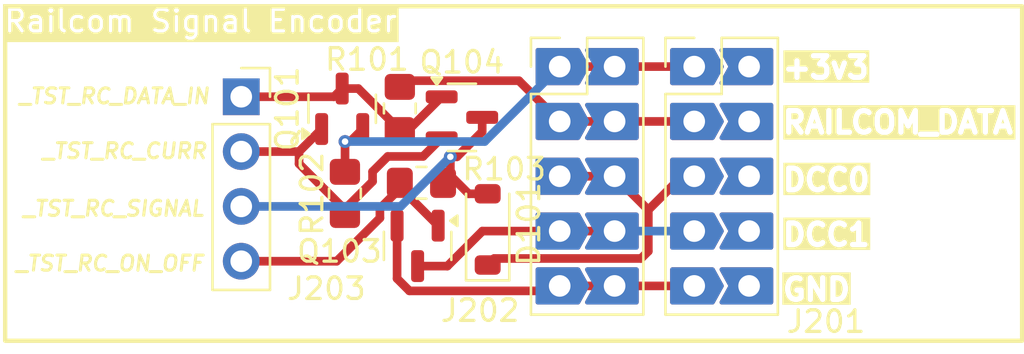
<source format=kicad_pcb>
(kicad_pcb (version 20240108) (generator "pcbnew") (generator_version "8.0")
  (layers (0 "F.Cu" signal) (31 "B.Cu" signal) (34 "B.Paste" user) (35 "F.Paste" user) (36 "B.SilkS" user "B.Silkscreen") (37 "F.SilkS" user "F.Silkscreen") (38 "B.Mask" user) (39 "F.Mask" user) (44 "Edge.Cuts" user))
  (net 0 "")
  (net 1 "/J_DCC0")
  (net 2 "0")
  (net 3 "/+J_3v3")
  (net 4 "/_TST_RC_DATA_IN")
  (net 5 "/_TST_RC_ON_OFF")
  (net 6 "/J_RAILCOM_DATA")
  (net 7 "/_TST_RC_CURR")
  (net 8 "/_TST_RC_SIGNAL")
  (net 9 "/J_DCC1")
  (net 10 "/+3V3")
  (net 11 "/RAILCOM_DATA")
  (net 12 "/GND")
  (net 13 "/DCC0")
  (net 14 "/DCC1")
  (footprint "Resistor_SMD:R_0805_2012Metric_Pad1.20x1.40mm_HandSolder" (layer "F.Cu") (at 140.67 74.472 180)
    (property "Reference" "R103" (at -3.826 0.635 0) (layer "F.SilkS"))
    (property "Value" "10k")
    (fp_line (start -0.227064 0.735) (end 0.227064 0.735) (stroke (width 0.12)) (layer "F.SilkS"))
    (fp_line (start -0.227064 -0.735) (end 0.227064 -0.735) (stroke (width 0.12)) (layer "F.SilkS"))
    (pad "1" smd roundrect (at -1 0 180) (size 1.2 1.4) (layers "F.Cu" "F.Paste" "F.Mask") (roundrect_rratio 0.208333) (net 8 "/_TST_RC_SIGNAL"))
    (pad "2" smd roundrect (at 1 0 180) (size 1.2 1.4) (layers "F.Cu" "F.Paste" "F.Mask") (roundrect_rratio 0.208333) (net 5 "/_TST_RC_ON_OFF"))
  )
  (footprint "xDuinoRail:8x50_SOT-23" (layer "F.Cu") (at 137.003 71.043 90)
    (property "Reference" "Q101" (at 0 -2.54 90) (layer "F.SilkS"))
    (property "Value" "S8550")
    (fp_line (start 0 -1.56) (end 0.65 -1.56) (stroke (width 0.12)) (layer "F.SilkS"))
    (fp_line (start 0 -1.56) (end -0.65 -1.56) (stroke (width 0.12)) (layer "F.SilkS"))
    (fp_line (start 0 1.56) (end 0.65 1.56) (stroke (width 0.12)) (layer "F.SilkS"))
    (fp_line (start 0 1.56) (end -0.65 1.56) (stroke (width 0.12)) (layer "F.SilkS"))
    (fp_poly (pts (xy -1.1625 -1.51) (xy -1.4025 -1.84) (xy -0.9225 -1.84) (xy -1.1625 -1.51)) (stroke (width 0.12)) (fill solid) (layer "F.SilkS"))
    (pad "1" smd roundrect (at -0.9375 0.95 90) (size 1.475 0.6) (layers "F.Cu" "F.Paste" "F.Mask") (net 3 "/+J_3v3"))
    (pad "2" smd roundrect (at -0.9375 -0.95 90) (size 1.475 0.6) (layers "F.Cu" "F.Paste" "F.Mask") (net 7 "/_TST_RC_CURR"))
    (pad "3" smd roundrect (at 0.9375 0 90) (size 1.475 0.6) (layers "F.Cu" "F.Paste" "F.Mask") (net 4 "/_TST_RC_DATA_IN"))
  )
  (footprint "Diode_SMD:D_SOD-123" (layer "F.Cu") (at 143.734 76.63 90)
    (property "Reference" "D101" (at 0.253 1.905 90) (layer "F.SilkS"))
    (property "Value" "1N5819W")
    (fp_line (start -2.36 -1) (end 1.65 -1) (stroke (width 0.12)) (layer "F.SilkS"))
    (fp_line (start -2.36 -1) (end -2.36 1) (stroke (width 0.12)) (layer "F.SilkS"))
    (fp_line (start -2.36 1) (end 1.65 1) (stroke (width 0.12)) (layer "F.SilkS"))
    (pad "1" smd roundrect (at -1.65 0 90) (size 0.9 1.2) (layers "F.Cu" "F.Paste" "F.Mask") (net 1 "/J_DCC0"))
    (pad "2" smd roundrect (at 1.65 0 90) (size 0.9 1.2) (layers "F.Cu" "F.Paste" "F.Mask") (net 8 "/_TST_RC_SIGNAL"))
  )
  (footprint "xDuinoRail:PinHeaderJP_2x05_P2.54mm_Vertical" (layer "F.Cu") (at 147.066 69.088)
    (property "Reference" "J202" (at -3.683 11.303 0) (layer "F.SilkS"))
    (property "Value" "Conn_02x05_Odd_Even")
    (fp_line (start -1.33 -1.33) (end 0 -1.33) (stroke (width 0.12)) (layer "F.SilkS"))
    (fp_line (start -1.33 0) (end -1.33 -1.33) (stroke (width 0.12)) (layer "F.SilkS"))
    (fp_line (start -1.33 1.27) (end -1.33 11.49) (stroke (width 0.12)) (layer "F.SilkS"))
    (fp_line (start -1.33 1.27) (end 1.27 1.27) (stroke (width 0.12)) (layer "F.SilkS"))
    (fp_line (start -1.33 11.49) (end 3.87 11.49) (stroke (width 0.12)) (layer "F.SilkS"))
    (fp_line (start 1.27 -1.33) (end 3.87 -1.33) (stroke (width 0.12)) (layer "F.SilkS"))
    (fp_line (start 1.27 1.27) (end 1.27 -1.33) (stroke (width 0.12)) (layer "F.SilkS"))
    (fp_line (start 3.87 -1.33) (end 3.87 11.49) (stroke (width 0.12)) (layer "F.SilkS"))
    (pad "1" thru_hole custom (at 0 0) (size 1.7 1.7) (drill 1) (layers "*.Cu" "*.Mask") (net 3 "/+J_3v3") (options (clearance outline) (anchor rect)) (primitives (gr_poly (pts (xy -1.016 -0.762) (xy -1.016 0.762) (xy 0.85 0.762) (xy 1.27 0) (xy 0.85 -0.762)) (width 0.2) (fill yes))))
    (pad "2" thru_hole custom (at 2.54 0) (size 1.7 1.7) (drill 1) (layers "*.Cu" "*.Mask") (net 3 "/+J_3v3") (options (clearance outline) (anchor circle)) (primitives (gr_poly (pts (xy 0.85 0) (xy 0.831425 -0.176725) (xy 0.776514 -0.345726) (xy 0.687664 -0.499617) (xy 0.568761 -0.631673) (xy 0.425 -0.736122) (xy 0.262664 -0.808398) (xy 0.088849 -0.845344) (xy -0.088849 -0.845344) (xy -0.262664 -0.808398) (xy -0.425 -0.736122) (xy -0.568761 -0.631673) (xy -0.687664 -0.499617) (xy -0.776514 -0.345726) (xy -0.831425 -0.176725) (xy -0.85 0) (xy -0.831425 0.176725) (xy -0.776514 0.345726) (xy -0.687664 0.499617) (xy -0.568761 0.631673) (xy -0.425 0.736122) (xy -0.262664 0.808398) (xy -0.088849 0.845344) (xy 0.088849 0.845344) (xy 0.262664 0.808398) (xy 0.425 0.736122) (xy 0.568761 0.631673) (xy 0.687664 0.499617) (xy 0.776514 0.345726) (xy 0.831425 0.176725) (xy 0.85 0)) (width 0) (fill yes)) (gr_poly (pts (xy -1.27 -0.762) (xy -0.85 0) (xy -1.27 0.762) (xy 1.016 0.762) (xy 1.016 -0.762)) (width 0.2) (fill yes))))
    (pad "3" thru_hole custom (at 0 2.54) (size 1.7 1.7) (drill 1) (layers "*.Cu" "*.Mask") (net 6 "/J_RAILCOM_DATA") (options (clearance outline) (anchor circle)) (primitives (gr_poly (pts (xy 0.85 0) (xy 0.831425 -0.176725) (xy 0.776514 -0.345726) (xy 0.687664 -0.499617) (xy 0.568761 -0.631673) (xy 0.425 -0.736122) (xy 0.262664 -0.808398) (xy 0.088849 -0.845344) (xy -0.088849 -0.845344) (xy -0.262664 -0.808398) (xy -0.425 -0.736122) (xy -0.568761 -0.631673) (xy -0.687664 -0.499617) (xy -0.776514 -0.345726) (xy -0.831425 -0.176725) (xy -0.85 0) (xy -0.831425 0.176725) (xy -0.776514 0.345726) (xy -0.687664 0.499617) (xy -0.568761 0.631673) (xy -0.425 0.736122) (xy -0.262664 0.808398) (xy -0.088849 0.845344) (xy 0.088849 0.845344) (xy 0.262664 0.808398) (xy 0.425 0.736122) (xy 0.568761 0.631673) (xy 0.687664 0.499617) (xy 0.776514 0.345726) (xy 0.831425 0.176725) (xy 0.85 0)) (width 0) (fill yes)) (gr_poly (pts (xy -1.016 -0.762) (xy -1.016 0.762) (xy 0.85 0.762) (xy 1.27 0) (xy 0.85 -0.762)) (width 0.2) (fill yes))))
    (pad "4" thru_hole custom (at 2.54 2.54) (size 1.7 1.7) (drill 1) (layers "*.Cu" "*.Mask") (net 6 "/J_RAILCOM_DATA") (options (clearance outline) (anchor circle)) (primitives (gr_poly (pts (xy 0.85 0) (xy 0.831425 -0.176725) (xy 0.776514 -0.345726) (xy 0.687664 -0.499617) (xy 0.568761 -0.631673) (xy 0.425 -0.736122) (xy 0.262664 -0.808398) (xy 0.088849 -0.845344) (xy -0.088849 -0.845344) (xy -0.262664 -0.808398) (xy -0.425 -0.736122) (xy -0.568761 -0.631673) (xy -0.687664 -0.499617) (xy -0.776514 -0.345726) (xy -0.831425 -0.176725) (xy -0.85 0) (xy -0.831425 0.176725) (xy -0.776514 0.345726) (xy -0.687664 0.499617) (xy -0.568761 0.631673) (xy -0.425 0.736122) (xy -0.262664 0.808398) (xy -0.088849 0.845344) (xy 0.088849 0.845344) (xy 0.262664 0.808398) (xy 0.425 0.736122) (xy 0.568761 0.631673) (xy 0.687664 0.499617) (xy 0.776514 0.345726) (xy 0.831425 0.176725) (xy 0.85 0)) (width 0) (fill yes)) (gr_poly (pts (xy -1.27 -0.762) (xy -0.85 0) (xy -1.27 0.762) (xy 1.016 0.762) (xy 1.016 -0.762)) (width 0.2) (fill yes))))
    (pad "5" thru_hole custom (at 0 5.08) (size 1.7 1.7) (drill 1) (layers "*.Cu" "*.Mask") (net 1 "/J_DCC0") (options (clearance outline) (anchor circle)) (primitives (gr_poly (pts (xy 0.85 0) (xy 0.831425 -0.176725) (xy 0.776514 -0.345726) (xy 0.687664 -0.499617) (xy 0.568761 -0.631673) (xy 0.425 -0.736122) (xy 0.262664 -0.808398) (xy 0.088849 -0.845344) (xy -0.088849 -0.845344) (xy -0.262664 -0.808398) (xy -0.425 -0.736122) (xy -0.568761 -0.631673) (xy -0.687664 -0.499617) (xy -0.776514 -0.345726) (xy -0.831425 -0.176725) (xy -0.85 0) (xy -0.831425 0.176725) (xy -0.776514 0.345726) (xy -0.687664 0.499617) (xy -0.568761 0.631673) (xy -0.425 0.736122) (xy -0.262664 0.808398) (xy -0.088849 0.845344) (xy 0.088849 0.845344) (xy 0.262664 0.808398) (xy 0.425 0.736122) (xy 0.568761 0.631673) (xy 0.687664 0.499617) (xy 0.776514 0.345726) (xy 0.831425 0.176725) (xy 0.85 0)) (width 0) (fill yes)) (gr_poly (pts (xy -1.016 -0.762) (xy -1.016 0.762) (xy 0.85 0.762) (xy 1.27 0) (xy 0.85 -0.762)) (width 0.2) (fill yes))))
    (pad "6" thru_hole custom (at 2.54 5.08) (size 1.7 1.7) (drill 1) (layers "*.Cu" "*.Mask") (net 1 "/J_DCC0") (options (clearance outline) (anchor circle)) (primitives (gr_poly (pts (xy 0.85 0) (xy 0.831425 -0.176725) (xy 0.776514 -0.345726) (xy 0.687664 -0.499617) (xy 0.568761 -0.631673) (xy 0.425 -0.736122) (xy 0.262664 -0.808398) (xy 0.088849 -0.845344) (xy -0.088849 -0.845344) (xy -0.262664 -0.808398) (xy -0.425 -0.736122) (xy -0.568761 -0.631673) (xy -0.687664 -0.499617) (xy -0.776514 -0.345726) (xy -0.831425 -0.176725) (xy -0.85 0) (xy -0.831425 0.176725) (xy -0.776514 0.345726) (xy -0.687664 0.499617) (xy -0.568761 0.631673) (xy -0.425 0.736122) (xy -0.262664 0.808398) (xy -0.088849 0.845344) (xy 0.088849 0.845344) (xy 0.262664 0.808398) (xy 0.425 0.736122) (xy 0.568761 0.631673) (xy 0.687664 0.499617) (xy 0.776514 0.345726) (xy 0.831425 0.176725) (xy 0.85 0)) (width 0) (fill yes)) (gr_poly (pts (xy -1.27 -0.762) (xy -0.85 0) (xy -1.27 0.762) (xy 1.016 0.762) (xy 1.016 -0.762)) (width 0.2) (fill yes))))
    (pad "7" thru_hole custom (at 0 7.62) (size 1.7 1.7) (drill 1) (layers "*.Cu" "*.Mask") (net 9 "/J_DCC1") (options (clearance outline) (anchor circle)) (primitives (gr_poly (pts (xy 0.85 0) (xy 0.831425 -0.176725) (xy 0.776514 -0.345726) (xy 0.687664 -0.499617) (xy 0.568761 -0.631673) (xy 0.425 -0.736122) (xy 0.262664 -0.808398) (xy 0.088849 -0.845344) (xy -0.088849 -0.845344) (xy -0.262664 -0.808398) (xy -0.425 -0.736122) (xy -0.568761 -0.631673) (xy -0.687664 -0.499617) (xy -0.776514 -0.345726) (xy -0.831425 -0.176725) (xy -0.85 0) (xy -0.831425 0.176725) (xy -0.776514 0.345726) (xy -0.687664 0.499617) (xy -0.568761 0.631673) (xy -0.425 0.736122) (xy -0.262664 0.808398) (xy -0.088849 0.845344) (xy 0.088849 0.845344) (xy 0.262664 0.808398) (xy 0.425 0.736122) (xy 0.568761 0.631673) (xy 0.687664 0.499617) (xy 0.776514 0.345726) (xy 0.831425 0.176725) (xy 0.85 0)) (width 0) (fill yes)) (gr_poly (pts (xy -1.016 -0.762) (xy -1.016 0.762) (xy 0.85 0.762) (xy 1.27 0) (xy 0.85 -0.762)) (width 0.2) (fill yes))))
    (pad "8" thru_hole custom (at 2.54 7.62) (size 1.7 1.7) (drill 1) (layers "*.Cu" "*.Mask") (net 9 "/J_DCC1") (options (clearance outline) (anchor circle)) (primitives (gr_poly (pts (xy 0.85 0) (xy 0.831425 -0.176725) (xy 0.776514 -0.345726) (xy 0.687664 -0.499617) (xy 0.568761 -0.631673) (xy 0.425 -0.736122) (xy 0.262664 -0.808398) (xy 0.088849 -0.845344) (xy -0.088849 -0.845344) (xy -0.262664 -0.808398) (xy -0.425 -0.736122) (xy -0.568761 -0.631673) (xy -0.687664 -0.499617) (xy -0.776514 -0.345726) (xy -0.831425 -0.176725) (xy -0.85 0) (xy -0.831425 0.176725) (xy -0.776514 0.345726) (xy -0.687664 0.499617) (xy -0.568761 0.631673) (xy -0.425 0.736122) (xy -0.262664 0.808398) (xy -0.088849 0.845344) (xy 0.088849 0.845344) (xy 0.262664 0.808398) (xy 0.425 0.736122) (xy 0.568761 0.631673) (xy 0.687664 0.499617) (xy 0.776514 0.345726) (xy 0.831425 0.176725) (xy 0.85 0)) (width 0) (fill yes)) (gr_poly (pts (xy -1.27 -0.762) (xy -0.85 0) (xy -1.27 0.762) (xy 1.016 0.762) (xy 1.016 -0.762)) (width 0.2) (fill yes))))
    (pad "9" thru_hole custom (at 0 10.16) (size 1.7 1.7) (drill 1) (layers "*.Cu" "*.Mask") (net 2 "0") (options (clearance outline) (anchor circle)) (primitives (gr_poly (pts (xy 0.85 0) (xy 0.831425 -0.176725) (xy 0.776514 -0.345726) (xy 0.687664 -0.499617) (xy 0.568761 -0.631673) (xy 0.425 -0.736122) (xy 0.262664 -0.808398) (xy 0.088849 -0.845344) (xy -0.088849 -0.845344) (xy -0.262664 -0.808398) (xy -0.425 -0.736122) (xy -0.568761 -0.631673) (xy -0.687664 -0.499617) (xy -0.776514 -0.345726) (xy -0.831425 -0.176725) (xy -0.85 0) (xy -0.831425 0.176725) (xy -0.776514 0.345726) (xy -0.687664 0.499617) (xy -0.568761 0.631673) (xy -0.425 0.736122) (xy -0.262664 0.808398) (xy -0.088849 0.845344) (xy 0.088849 0.845344) (xy 0.262664 0.808398) (xy 0.425 0.736122) (xy 0.568761 0.631673) (xy 0.687664 0.499617) (xy 0.776514 0.345726) (xy 0.831425 0.176725) (xy 0.85 0)) (width 0) (fill yes)) (gr_poly (pts (xy -1.016 -0.762) (xy -1.016 0.762) (xy 0.85 0.762) (xy 1.27 0) (xy 0.85 -0.762)) (width 0.2) (fill yes))))
    (pad "10" thru_hole custom (at 2.54 10.16) (size 1.7 1.7) (drill 1) (layers "*.Cu" "*.Mask") (net 2 "0") (options (clearance outline) (anchor circle)) (primitives (gr_poly (pts (xy 0.85 0) (xy 0.831425 -0.176725) (xy 0.776514 -0.345726) (xy 0.687664 -0.499617) (xy 0.568761 -0.631673) (xy 0.425 -0.736122) (xy 0.262664 -0.808398) (xy 0.088849 -0.845344) (xy -0.088849 -0.845344) (xy -0.262664 -0.808398) (xy -0.425 -0.736122) (xy -0.568761 -0.631673) (xy -0.687664 -0.499617) (xy -0.776514 -0.345726) (xy -0.831425 -0.176725) (xy -0.85 0) (xy -0.831425 0.176725) (xy -0.776514 0.345726) (xy -0.687664 0.499617) (xy -0.568761 0.631673) (xy -0.425 0.736122) (xy -0.262664 0.808398) (xy -0.088849 0.845344) (xy 0.088849 0.845344) (xy 0.262664 0.808398) (xy 0.425 0.736122) (xy 0.568761 0.631673) (xy 0.687664 0.499617) (xy 0.776514 0.345726) (xy 0.831425 0.176725) (xy 0.85 0)) (width 0) (fill yes)) (gr_poly (pts (xy -1.27 -0.762) (xy -0.85 0) (xy -1.27 0.762) (xy 1.016 0.762) (xy 1.016 -0.762)) (width 0.2) (fill yes))))
  )
  (footprint "Resistor_SMD:R_0805_2012Metric_Pad1.20x1.40mm_HandSolder" (layer "F.Cu") (at 137.13 74.964 90)
    (property "Reference" "R102" (at -0.016 -1.524 90) (layer "F.SilkS"))
    (property "Value" "20R")
    (fp_line (start -0.227064 -0.735) (end 0.227064 -0.735) (stroke (width 0.12)) (layer "F.SilkS"))
    (fp_line (start -0.227064 0.735) (end 0.227064 0.735) (stroke (width 0.12)) (layer "F.SilkS"))
    (pad "1" smd roundrect (at -1 0 90) (size 1.2 1.4) (layers "F.Cu" "F.Paste" "F.Mask") (roundrect_rratio 0.208333) (net 7 "/_TST_RC_CURR"))
    (pad "2" smd roundrect (at 1 0 90) (size 1.2 1.4) (layers "F.Cu" "F.Paste" "F.Mask") (roundrect_rratio 0.208333) (net 3 "/+J_3v3"))
  )
  (footprint "xDuinoRail:PinHeaderJP_2x05_P2.54mm_Vertical" (layer "F.Cu") (at 153.289 69.088)
    (property "Reference" "J201" (at 6.096 11.811 0) (layer "F.SilkS"))
    (property "Value" "Conn_02x05_Odd_Even")
    (fp_line (start -1.33 -1.33) (end 0 -1.33) (stroke (width 0.12)) (layer "F.SilkS"))
    (fp_line (start -1.33 0) (end -1.33 -1.33) (stroke (width 0.12)) (layer "F.SilkS"))
    (fp_line (start -1.33 1.27) (end -1.33 11.49) (stroke (width 0.12)) (layer "F.SilkS"))
    (fp_line (start -1.33 1.27) (end 1.27 1.27) (stroke (width 0.12)) (layer "F.SilkS"))
    (fp_line (start -1.33 11.49) (end 3.87 11.49) (stroke (width 0.12)) (layer "F.SilkS"))
    (fp_line (start 1.27 -1.33) (end 3.87 -1.33) (stroke (width 0.12)) (layer "F.SilkS"))
    (fp_line (start 1.27 1.27) (end 1.27 -1.33) (stroke (width 0.12)) (layer "F.SilkS"))
    (fp_line (start 3.87 -1.33) (end 3.87 11.49) (stroke (width 0.12)) (layer "F.SilkS"))
    (pad "1" thru_hole custom (at 0 0) (size 1.7 1.7) (drill 1) (layers "*.Cu" "*.Mask") (net 3 "/+J_3v3") (options (clearance outline) (anchor rect)) (primitives (gr_poly (pts (xy -1.016 -0.762) (xy -1.016 0.762) (xy 0.85 0.762) (xy 1.27 0) (xy 0.85 -0.762)) (width 0.2) (fill yes))))
    (pad "2" thru_hole custom (at 2.54 0) (size 1.7 1.7) (drill 1) (layers "*.Cu" "*.Mask") (net 10 "/+3V3") (options (clearance outline) (anchor circle)) (primitives (gr_poly (pts (xy 0.85 0) (xy 0.831425 -0.176725) (xy 0.776514 -0.345726) (xy 0.687664 -0.499617) (xy 0.568761 -0.631673) (xy 0.425 -0.736122) (xy 0.262664 -0.808398) (xy 0.088849 -0.845344) (xy -0.088849 -0.845344) (xy -0.262664 -0.808398) (xy -0.425 -0.736122) (xy -0.568761 -0.631673) (xy -0.687664 -0.499617) (xy -0.776514 -0.345726) (xy -0.831425 -0.176725) (xy -0.85 0) (xy -0.831425 0.176725) (xy -0.776514 0.345726) (xy -0.687664 0.499617) (xy -0.568761 0.631673) (xy -0.425 0.736122) (xy -0.262664 0.808398) (xy -0.088849 0.845344) (xy 0.088849 0.845344) (xy 0.262664 0.808398) (xy 0.425 0.736122) (xy 0.568761 0.631673) (xy 0.687664 0.499617) (xy 0.776514 0.345726) (xy 0.831425 0.176725) (xy 0.85 0)) (width 0) (fill yes)) (gr_poly (pts (xy -1.27 -0.762) (xy -0.85 0) (xy -1.27 0.762) (xy 1.016 0.762) (xy 1.016 -0.762)) (width 0.2) (fill yes))))
    (pad "3" thru_hole custom (at 0 2.54) (size 1.7 1.7) (drill 1) (layers "*.Cu" "*.Mask") (net 6 "/J_RAILCOM_DATA") (options (clearance outline) (anchor circle)) (primitives (gr_poly (pts (xy 0.85 0) (xy 0.831425 -0.176725) (xy 0.776514 -0.345726) (xy 0.687664 -0.499617) (xy 0.568761 -0.631673) (xy 0.425 -0.736122) (xy 0.262664 -0.808398) (xy 0.088849 -0.845344) (xy -0.088849 -0.845344) (xy -0.262664 -0.808398) (xy -0.425 -0.736122) (xy -0.568761 -0.631673) (xy -0.687664 -0.499617) (xy -0.776514 -0.345726) (xy -0.831425 -0.176725) (xy -0.85 0) (xy -0.831425 0.176725) (xy -0.776514 0.345726) (xy -0.687664 0.499617) (xy -0.568761 0.631673) (xy -0.425 0.736122) (xy -0.262664 0.808398) (xy -0.088849 0.845344) (xy 0.088849 0.845344) (xy 0.262664 0.808398) (xy 0.425 0.736122) (xy 0.568761 0.631673) (xy 0.687664 0.499617) (xy 0.776514 0.345726) (xy 0.831425 0.176725) (xy 0.85 0)) (width 0) (fill yes)) (gr_poly (pts (xy -1.016 -0.762) (xy -1.016 0.762) (xy 0.85 0.762) (xy 1.27 0) (xy 0.85 -0.762)) (width 0.2) (fill yes))))
    (pad "4" thru_hole custom (at 2.54 2.54) (size 1.7 1.7) (drill 1) (layers "*.Cu" "*.Mask") (net 11 "/RAILCOM_DATA") (options (clearance outline) (anchor circle)) (primitives (gr_poly (pts (xy 0.85 0) (xy 0.831425 -0.176725) (xy 0.776514 -0.345726) (xy 0.687664 -0.499617) (xy 0.568761 -0.631673) (xy 0.425 -0.736122) (xy 0.262664 -0.808398) (xy 0.088849 -0.845344) (xy -0.088849 -0.845344) (xy -0.262664 -0.808398) (xy -0.425 -0.736122) (xy -0.568761 -0.631673) (xy -0.687664 -0.499617) (xy -0.776514 -0.345726) (xy -0.831425 -0.176725) (xy -0.85 0) (xy -0.831425 0.176725) (xy -0.776514 0.345726) (xy -0.687664 0.499617) (xy -0.568761 0.631673) (xy -0.425 0.736122) (xy -0.262664 0.808398) (xy -0.088849 0.845344) (xy 0.088849 0.845344) (xy 0.262664 0.808398) (xy 0.425 0.736122) (xy 0.568761 0.631673) (xy 0.687664 0.499617) (xy 0.776514 0.345726) (xy 0.831425 0.176725) (xy 0.85 0)) (width 0) (fill yes)) (gr_poly (pts (xy -1.27 -0.762) (xy -0.85 0) (xy -1.27 0.762) (xy 1.016 0.762) (xy 1.016 -0.762)) (width 0.2) (fill yes))))
    (pad "5" thru_hole custom (at 0 5.08) (size 1.7 1.7) (drill 1) (layers "*.Cu" "*.Mask") (net 1 "/J_DCC0") (options (clearance outline) (anchor circle)) (primitives (gr_poly (pts (xy 0.85 0) (xy 0.831425 -0.176725) (xy 0.776514 -0.345726) (xy 0.687664 -0.499617) (xy 0.568761 -0.631673) (xy 0.425 -0.736122) (xy 0.262664 -0.808398) (xy 0.088849 -0.845344) (xy -0.088849 -0.845344) (xy -0.262664 -0.808398) (xy -0.425 -0.736122) (xy -0.568761 -0.631673) (xy -0.687664 -0.499617) (xy -0.776514 -0.345726) (xy -0.831425 -0.176725) (xy -0.85 0) (xy -0.831425 0.176725) (xy -0.776514 0.345726) (xy -0.687664 0.499617) (xy -0.568761 0.631673) (xy -0.425 0.736122) (xy -0.262664 0.808398) (xy -0.088849 0.845344) (xy 0.088849 0.845344) (xy 0.262664 0.808398) (xy 0.425 0.736122) (xy 0.568761 0.631673) (xy 0.687664 0.499617) (xy 0.776514 0.345726) (xy 0.831425 0.176725) (xy 0.85 0)) (width 0) (fill yes)) (gr_poly (pts (xy -1.016 -0.762) (xy -1.016 0.762) (xy 0.85 0.762) (xy 1.27 0) (xy 0.85 -0.762)) (width 0.2) (fill yes))))
    (pad "6" thru_hole custom (at 2.54 5.08) (size 1.7 1.7) (drill 1) (layers "*.Cu" "*.Mask") (net 13 "/DCC0") (options (clearance outline) (anchor circle)) (primitives (gr_poly (pts (xy 0.85 0) (xy 0.831425 -0.176725) (xy 0.776514 -0.345726) (xy 0.687664 -0.499617) (xy 0.568761 -0.631673) (xy 0.425 -0.736122) (xy 0.262664 -0.808398) (xy 0.088849 -0.845344) (xy -0.088849 -0.845344) (xy -0.262664 -0.808398) (xy -0.425 -0.736122) (xy -0.568761 -0.631673) (xy -0.687664 -0.499617) (xy -0.776514 -0.345726) (xy -0.831425 -0.176725) (xy -0.85 0) (xy -0.831425 0.176725) (xy -0.776514 0.345726) (xy -0.687664 0.499617) (xy -0.568761 0.631673) (xy -0.425 0.736122) (xy -0.262664 0.808398) (xy -0.088849 0.845344) (xy 0.088849 0.845344) (xy 0.262664 0.808398) (xy 0.425 0.736122) (xy 0.568761 0.631673) (xy 0.687664 0.499617) (xy 0.776514 0.345726) (xy 0.831425 0.176725) (xy 0.85 0)) (width 0) (fill yes)) (gr_poly (pts (xy -1.27 -0.762) (xy -0.85 0) (xy -1.27 0.762) (xy 1.016 0.762) (xy 1.016 -0.762)) (width 0.2) (fill yes))))
    (pad "7" thru_hole custom (at 0 7.62) (size 1.7 1.7) (drill 1) (layers "*.Cu" "*.Mask") (net 9 "/J_DCC1") (options (clearance outline) (anchor circle)) (primitives (gr_poly (pts (xy 0.85 0) (xy 0.831425 -0.176725) (xy 0.776514 -0.345726) (xy 0.687664 -0.499617) (xy 0.568761 -0.631673) (xy 0.425 -0.736122) (xy 0.262664 -0.808398) (xy 0.088849 -0.845344) (xy -0.088849 -0.845344) (xy -0.262664 -0.808398) (xy -0.425 -0.736122) (xy -0.568761 -0.631673) (xy -0.687664 -0.499617) (xy -0.776514 -0.345726) (xy -0.831425 -0.176725) (xy -0.85 0) (xy -0.831425 0.176725) (xy -0.776514 0.345726) (xy -0.687664 0.499617) (xy -0.568761 0.631673) (xy -0.425 0.736122) (xy -0.262664 0.808398) (xy -0.088849 0.845344) (xy 0.088849 0.845344) (xy 0.262664 0.808398) (xy 0.425 0.736122) (xy 0.568761 0.631673) (xy 0.687664 0.499617) (xy 0.776514 0.345726) (xy 0.831425 0.176725) (xy 0.85 0)) (width 0) (fill yes)) (gr_poly (pts (xy -1.016 -0.762) (xy -1.016 0.762) (xy 0.85 0.762) (xy 1.27 0) (xy 0.85 -0.762)) (width 0.2) (fill yes))))
    (pad "8" thru_hole custom (at 2.54 7.62) (size 1.7 1.7) (drill 1) (layers "*.Cu" "*.Mask") (net 14 "/DCC1") (options (clearance outline) (anchor circle)) (primitives (gr_poly (pts (xy 0.85 0) (xy 0.831425 -0.176725) (xy 0.776514 -0.345726) (xy 0.687664 -0.499617) (xy 0.568761 -0.631673) (xy 0.425 -0.736122) (xy 0.262664 -0.808398) (xy 0.088849 -0.845344) (xy -0.088849 -0.845344) (xy -0.262664 -0.808398) (xy -0.425 -0.736122) (xy -0.568761 -0.631673) (xy -0.687664 -0.499617) (xy -0.776514 -0.345726) (xy -0.831425 -0.176725) (xy -0.85 0) (xy -0.831425 0.176725) (xy -0.776514 0.345726) (xy -0.687664 0.499617) (xy -0.568761 0.631673) (xy -0.425 0.736122) (xy -0.262664 0.808398) (xy -0.088849 0.845344) (xy 0.088849 0.845344) (xy 0.262664 0.808398) (xy 0.425 0.736122) (xy 0.568761 0.631673) (xy 0.687664 0.499617) (xy 0.776514 0.345726) (xy 0.831425 0.176725) (xy 0.85 0)) (width 0) (fill yes)) (gr_poly (pts (xy -1.27 -0.762) (xy -0.85 0) (xy -1.27 0.762) (xy 1.016 0.762) (xy 1.016 -0.762)) (width 0.2) (fill yes))))
    (pad "9" thru_hole custom (at 0 10.16) (size 1.7 1.7) (drill 1) (layers "*.Cu" "*.Mask") (net 2 "0") (options (clearance outline) (anchor circle)) (primitives (gr_poly (pts (xy 0.85 0) (xy 0.831425 -0.176725) (xy 0.776514 -0.345726) (xy 0.687664 -0.499617) (xy 0.568761 -0.631673) (xy 0.425 -0.736122) (xy 0.262664 -0.808398) (xy 0.088849 -0.845344) (xy -0.088849 -0.845344) (xy -0.262664 -0.808398) (xy -0.425 -0.736122) (xy -0.568761 -0.631673) (xy -0.687664 -0.499617) (xy -0.776514 -0.345726) (xy -0.831425 -0.176725) (xy -0.85 0) (xy -0.831425 0.176725) (xy -0.776514 0.345726) (xy -0.687664 0.499617) (xy -0.568761 0.631673) (xy -0.425 0.736122) (xy -0.262664 0.808398) (xy -0.088849 0.845344) (xy 0.088849 0.845344) (xy 0.262664 0.808398) (xy 0.425 0.736122) (xy 0.568761 0.631673) (xy 0.687664 0.499617) (xy 0.776514 0.345726) (xy 0.831425 0.176725) (xy 0.85 0)) (width 0) (fill yes)) (gr_poly (pts (xy -1.016 -0.762) (xy -1.016 0.762) (xy 0.85 0.762) (xy 1.27 0) (xy 0.85 -0.762)) (width 0.2) (fill yes))))
    (pad "10" thru_hole custom (at 2.54 10.16) (size 1.7 1.7) (drill 1) (layers "*.Cu" "*.Mask") (net 12 "/GND") (options (clearance outline) (anchor circle)) (primitives (gr_poly (pts (xy 0.85 0) (xy 0.831425 -0.176725) (xy 0.776514 -0.345726) (xy 0.687664 -0.499617) (xy 0.568761 -0.631673) (xy 0.425 -0.736122) (xy 0.262664 -0.808398) (xy 0.088849 -0.845344) (xy -0.088849 -0.845344) (xy -0.262664 -0.808398) (xy -0.425 -0.736122) (xy -0.568761 -0.631673) (xy -0.687664 -0.499617) (xy -0.776514 -0.345726) (xy -0.831425 -0.176725) (xy -0.85 0) (xy -0.831425 0.176725) (xy -0.776514 0.345726) (xy -0.687664 0.499617) (xy -0.568761 0.631673) (xy -0.425 0.736122) (xy -0.262664 0.808398) (xy -0.088849 0.845344) (xy 0.088849 0.845344) (xy 0.262664 0.808398) (xy 0.425 0.736122) (xy 0.568761 0.631673) (xy 0.687664 0.499617) (xy 0.776514 0.345726) (xy 0.831425 0.176725) (xy 0.85 0)) (width 0) (fill yes)) (gr_poly (pts (xy -1.27 -0.762) (xy -0.85 0) (xy -1.27 0.762) (xy 1.016 0.762) (xy 1.016 -0.762)) (width 0.2) (fill yes))))
  )
  (footprint "xDuinoRail:8x50_SOT-23" (layer "F.Cu") (at 142.5425 71.44)
    (property "Reference" "Q104" (at 0 -2.556 0) (layer "F.SilkS"))
    (property "Value" "S8550")
    (fp_line (start 0 -1.56) (end -0.65 -1.56) (stroke (width 0.12)) (layer "F.SilkS"))
    (fp_line (start 0 -1.56) (end 0.65 -1.56) (stroke (width 0.12)) (layer "F.SilkS"))
    (fp_line (start 0 1.56) (end -0.65 1.56) (stroke (width 0.12)) (layer "F.SilkS"))
    (fp_line (start 0 1.56) (end 0.65 1.56) (stroke (width 0.12)) (layer "F.SilkS"))
    (fp_poly (pts (xy -1.1625 -1.51) (xy -1.4025 -1.84) (xy -0.9225 -1.84) (xy -1.1625 -1.51)) (stroke (width 0.12)) (fill solid) (layer "F.SilkS"))
    (pad "1" smd roundrect (at -0.9375 0.95) (size 1.475 0.6) (layers "F.Cu" "F.Paste" "F.Mask") (net 7 "/_TST_RC_CURR"))
    (pad "2" smd roundrect (at -0.9375 -0.95) (size 1.475 0.6) (layers "F.Cu" "F.Paste" "F.Mask") (net 4 "/_TST_RC_DATA_IN"))
    (pad "3" smd roundrect (at 0.9375 0) (size 1.475 0.6) (layers "F.Cu" "F.Paste" "F.Mask") (net 8 "/_TST_RC_SIGNAL"))
  )
  (footprint "xDuinoRail:8x50_SOT-23" (layer "F.Cu") (at 140.493 77.393 -90)
    (property "Reference" "Q103" (at 0.254 3.617 180) (layer "F.SilkS"))
    (property "Value" "S8050")
    (fp_line (start 0 1.56) (end -0.65 1.56) (stroke (width 0.12)) (layer "F.SilkS"))
    (fp_line (start 0 1.56) (end 0.65 1.56) (stroke (width 0.12)) (layer "F.SilkS"))
    (fp_line (start 0 -1.56) (end -0.65 -1.56) (stroke (width 0.12)) (layer "F.SilkS"))
    (fp_line (start 0 -1.56) (end 0.65 -1.56) (stroke (width 0.12)) (layer "F.SilkS"))
    (fp_poly (pts (xy -1.1625 -1.51) (xy -1.4025 -1.84) (xy -0.9225 -1.84) (xy -1.1625 -1.51)) (stroke (width 0.12)) (fill solid) (layer "F.SilkS"))
    (pad "1" smd roundrect (at -0.9375 0.95 270) (size 1.475 0.6) (layers "F.Cu" "F.Paste" "F.Mask") (net 2 "0"))
    (pad "2" smd roundrect (at -0.9375 -0.95 270) (size 1.475 0.6) (layers "F.Cu" "F.Paste" "F.Mask") (net 5 "/_TST_RC_ON_OFF"))
    (pad "3" smd roundrect (at 0.9375 0 270) (size 1.475 0.6) (layers "F.Cu" "F.Paste" "F.Mask") (net 9 "/J_DCC1"))
  )
  (footprint "Connector_PinSocket_2.54mm:PinSocket_1x04_P2.54mm_Vertical" (layer "F.Cu") (at 132.334 70.485)
    (property "Reference" "J203" (at 3.937 8.89 0) (layer "F.SilkS"))
    (property "Value" "Conn_01x04")
    (fp_line (start -1.33 1.270001) (end -1.33 8.95) (stroke (width 0.12)) (layer "F.SilkS"))
    (fp_line (start -1.33 1.270001) (end 1.33 1.270001) (stroke (width 0.12)) (layer "F.SilkS"))
    (fp_line (start -1.33 8.95) (end 1.33 8.95) (stroke (width 0.12)) (layer "F.SilkS"))
    (fp_line (start 0 -1.33) (end 1.33 -1.33) (stroke (width 0.12)) (layer "F.SilkS"))
    (fp_line (start 1.33 -1.33) (end 1.33 0) (stroke (width 0.12)) (layer "F.SilkS"))
    (fp_line (start 1.33 1.270001) (end 1.33 8.95) (stroke (width 0.12)) (layer "F.SilkS"))
    (pad "1" thru_hole rect (at 0 0) (size 1.7 1.7) (drill 1) (layers "*.Cu" "*.Mask") (net 4 "/_TST_RC_DATA_IN"))
    (pad "2" thru_hole oval (at 0 2.54) (size 1.7 1.7) (drill 1) (layers "*.Cu" "*.Mask") (net 7 "/_TST_RC_CURR"))
    (pad "3" thru_hole oval (at 0 5.079999) (size 1.7 1.7) (drill 1) (layers "*.Cu" "*.Mask") (net 8 "/_TST_RC_SIGNAL"))
    (pad "4" thru_hole oval (at 0 7.62) (size 1.7 1.7) (drill 1) (layers "*.Cu" "*.Mask") (net 5 "/_TST_RC_ON_OFF"))
  )
  (footprint "Resistor_SMD:R_0805_2012Metric_Pad1.20x1.40mm_HandSolder" (layer "F.Cu") (at 139.67 71.027 90)
    (property "Reference" "R101" (at 2.27 -1.524 0) (layer "F.SilkS"))
    (property "Value" "10k")
    (fp_line (start -0.227064 -0.735) (end 0.227064 -0.735) (stroke (width 0.12)) (layer "F.SilkS"))
    (fp_line (start -0.227064 0.735) (end 0.227064 0.735) (stroke (width 0.12)) (layer "F.SilkS"))
    (pad "1" smd roundrect (at -1 0 90) (size 1.2 1.4) (layers "F.Cu" "F.Paste" "F.Mask") (roundrect_rratio 0.208333) (net 4 "/_TST_RC_DATA_IN"))
    (pad "2" smd roundrect (at 1 0 90) (size 1.2 1.4) (layers "F.Cu" "F.Paste" "F.Mask") (roundrect_rratio 0.208333) (net 6 "/J_RAILCOM_DATA"))
  )
  (gr_rect (start 121.412 66.2923) (end 168.45648 81.7897) (stroke (width 0.2)) (fill none) (layer "F.SilkS"))
  (gr_text "+3v3" (at 157.226 69.723 0) (layer "F.SilkS" knockout) (effects (font (size 1 1) (thickness 0.3) (bold yes)) (justify left bottom)))
  (gr_text "RAILCOM_DATA" (at 157.226 72.263 0) (layer "F.SilkS" knockout) (effects (font (size 1 1) (thickness 0.3) (bold yes)) (justify left bottom)))
  (gr_text "_TST_RC_DATA_IN" (at 130.936999 70.866001 0) (layer "F.SilkS") (effects (font (size 0.7 0.7) (thickness 0.14) (bold yes) (italic yes)) (justify right bottom)))
  (gr_text "DCC0" (at 157.226 74.93 0) (layer "F.SilkS" knockout) (effects (font (size 1 1) (thickness 0.3) (bold yes)) (justify left bottom)))
  (gr_text "_TST_RC_SIGNAL" (at 130.682999 76.073001 0) (layer "F.SilkS") (effects (font (size 0.7 0.7) (thickness 0.14) (bold yes) (italic yes)) (justify right bottom)))
  (gr_text "_TST_RC_CURR" (at 130.81 73.406 0) (layer "F.SilkS") (effects (font (size 0.7 0.7) (thickness 0.14) (bold yes) (italic yes)) (justify right bottom)))
  (gr_text "Railcom Signal Encoder" (at 121.285 67.564 0) (layer "F.SilkS" knockout) (effects (font (size 1 1)) (justify left bottom)))
  (gr_text "DCC1" (at 157.226 77.47 0) (layer "F.SilkS" knockout) (effects (font (size 1 1) (thickness 0.3) (bold yes)) (justify left bottom)))
  (gr_text "GND" (at 157.226 80.01 0) (layer "F.SilkS" knockout) (effects (font (size 1 1) (thickness 0.3) (bold yes)) (justify left bottom)))
  (gr_text "_TST_RC_ON_OFF" (at 130.682999 78.613001 0) (layer "F.SilkS") (effects (font (size 0.7 0.7) (thickness 0.14) (bold yes) (italic yes)) (justify right bottom)))
  (segment (start 143.734 78.28) (end 144.036 77.978) (width 0.4) (layer "F.Cu") (net 1))
  (segment (start 151.1657 77.6414) (end 151.1657 75.7277) (width 0.4) (layer "F.Cu") (net 1))
  (segment (start 151.1657 75.7277) (end 152.7254 74.168) (width 0.4) (layer "F.Cu") (net 1))
  (segment (start 150.8291 77.978) (end 151.1657 77.6414) (width 0.4) (layer "F.Cu") (net 1))
  (segment (start 152.7254 74.168) (end 153.289 74.168) (width 0.4) (layer "F.Cu") (net 1))
  (segment (start 147.066 74.168) (end 149.606 74.168) (width 0.4) (layer "F.Cu") (net 1))
  (segment (start 151.1657 75.7277) (end 149.606 74.168) (width 0.4) (layer "F.Cu") (net 1))
  (segment (start 144.036 77.978) (end 150.8291 77.978) (width 0.4) (layer "F.Cu") (net 1))
  (segment (start 139.543 76.4555) (end 139.543 78.9079) (width 0.4) (layer "F.Cu") (net 2))
  (segment (start 153.289 79.248) (end 149.606 79.248) (width 0.4) (layer "F.Cu") (net 2))
  (segment (start 139.543 78.9079) (end 140.1137 79.4786) (width 0.4) (layer "F.Cu") (net 2))
  (segment (start 140.1137 79.4786) (end 146.8354 79.4786) (width 0.4) (layer "F.Cu") (net 2))
  (segment (start 146.8354 79.4786) (end 147.066 79.248) (width 0.4) (layer "F.Cu") (net 2))
  (segment (start 147.066 79.248) (end 149.606 79.248) (width 0.4) (layer "F.Cu") (net 2))
  (segment (start 153.289 69.088) (end 149.606 69.088) (width 0.4) (layer "F.Cu") (net 3))
  (segment (start 137.1352 72.5607) (end 137.1352 73.9588) (width 0.4) (layer "F.Cu") (net 3))
  (segment (start 137.953 71.9805) (end 137.3728 72.5607) (width 0.4) (layer "F.Cu") (net 3))
  (segment (start 149.606 69.088) (end 147.066 69.088) (width 0.4) (layer "F.Cu") (net 3))
  (segment (start 137.3728 72.5607) (end 137.1352 72.5607) (width 0.4) (layer "F.Cu") (net 3))
  (segment (start 137.1352 73.9588) (end 137.13 73.964) (width 0.4) (layer "F.Cu") (net 3))
  (via (at 137.1352 72.5607) (size 0.6) (drill 0.3) (layers "F.Cu" "B.Cu") (net 3))
  (segment (start 147.066 69.088) (end 143.5933 72.5607) (width 0.4) (layer "B.Cu") (net 3))
  (segment (start 143.5933 72.5607) (end 137.1352 72.5607) (width 0.4) (layer "B.Cu") (net 3))
  (segment (start 132.334 70.485) (end 136.6235 70.485) (width 0.4) (layer "F.Cu") (net 4))
  (segment (start 141.605 70.49) (end 140.068 72.027) (width 0.4) (layer "F.Cu") (net 4))
  (segment (start 140.068 72.027) (end 139.67 72.027) (width 0.4) (layer "F.Cu") (net 4))
  (segment (start 137.7485 70.1055) (end 139.67 72.027) (width 0.4) (layer "F.Cu") (net 4))
  (segment (start 137.003 70.1055) (end 137.7485 70.1055) (width 0.4) (layer "F.Cu") (net 4))
  (segment (start 136.6235 70.485) (end 137.003 70.1055) (width 0.4) (layer "F.Cu") (net 4))
  (segment (start 139.67 74.6825) (end 139.6983 74.7107) (width 0.4) (layer "F.Cu") (net 5))
  (segment (start 139.6983 74.7107) (end 141.443 76.4555) (width 0.4) (layer "F.Cu") (net 5))
  (segment (start 138.749 75.66) (end 139.6983 74.7107) (width 0.4) (layer "F.Cu") (net 5))
  (segment (start 138.749 76.1049) (end 138.749 75.66) (width 0.4) (layer "F.Cu") (net 5))
  (segment (start 132.334 78.105) (end 136.7489 78.105) (width 0.4) (layer "F.Cu") (net 5))
  (segment (start 136.7489 78.105) (end 138.749 76.1049) (width 0.4) (layer "F.Cu") (net 5))
  (segment (start 139.67 74.472) (end 139.67 74.6825) (width 0.4) (layer "F.Cu") (net 5))
  (segment (start 149.606 71.628) (end 147.066 71.628) (width 0.4) (layer "F.Cu") (net 6))
  (segment (start 145.1797 69.7417) (end 147.066 71.628) (width 0.4) (layer "F.Cu") (net 6))
  (segment (start 139.67 70.027) (end 139.9553 69.7417) (width 0.4) (layer "F.Cu") (net 6))
  (segment (start 153.289 71.628) (end 149.606 71.628) (width 0.4) (layer "F.Cu") (net 6))
  (segment (start 139.9553 69.7417) (end 145.1797 69.7417) (width 0.4) (layer "F.Cu") (net 6))
  (segment (start 138.409 73.9547) (end 139.1142 73.2495) (width 0.4) (layer "F.Cu") (net 7))
  (segment (start 135.0085 73.025) (end 136.053 71.9805) (width 0.4) (layer "F.Cu") (net 7))
  (segment (start 138.409 74.4079) (end 138.409 73.9547) (width 0.4) (layer "F.Cu") (net 7))
  (segment (start 132.334 73.025) (end 135.0085 73.025) (width 0.4) (layer "F.Cu") (net 7))
  (segment (start 139.1142 73.2495) (end 140.7455 73.2495) (width 0.4) (layer "F.Cu") (net 7))
  (segment (start 137.1169 75.7) (end 138.409 74.4079) (width 0.4) (layer "F.Cu") (net 7))
  (segment (start 137.1169 75.9509) (end 137.13 75.964) (width 0.4) (layer "F.Cu") (net 7))
  (segment (start 135.0085 73.5916) (end 137.1169 75.7) (width 0.4) (layer "F.Cu") (net 7))
  (segment (start 135.0085 73.025) (end 135.0085 73.5916) (width 0.4) (layer "F.Cu") (net 7))
  (segment (start 137.1169 75.7) (end 137.1169 75.9509) (width 0.4) (layer "F.Cu") (net 7))
  (segment (start 140.7455 73.2495) (end 141.605 72.39) (width 0.4) (layer "F.Cu") (net 7))
  (segment (start 142.0076 73.2658) (end 142.0076 74.1344) (width 0.4) (layer "F.Cu") (net 8))
  (segment (start 143.48 72.1017) (end 142.3159 73.2658) (width 0.4) (layer "F.Cu") (net 8))
  (segment (start 143.48 71.44) (end 143.48 72.1017) (width 0.4) (layer "F.Cu") (net 8))
  (segment (start 142.0076 74.1344) (end 141.67 74.472) (width 0.4) (layer "F.Cu") (net 8))
  (segment (start 142.8532 74.98) (end 142.0076 74.1344) (width 0.4) (layer "F.Cu") (net 8))
  (segment (start 142.3159 73.2658) (end 142.0076 73.2658) (width 0.4) (layer "F.Cu") (net 8))
  (segment (start 143.734 74.98) (end 142.8532 74.98) (width 0.4) (layer "F.Cu") (net 8))
  (via (at 142.0076 73.2658) (size 0.6) (drill 0.3) (layers "F.Cu" "B.Cu") (net 8))
  (segment (start 139.7084 75.565) (end 142.0076 73.2658) (width 0.4) (layer "B.Cu") (net 8))
  (segment (start 132.334 75.565) (end 139.7084 75.565) (width 0.4) (layer "B.Cu") (net 8))
  (segment (start 141.8688 78.3305) (end 143.4913 76.708) (width 0.4) (layer "F.Cu") (net 9))
  (segment (start 143.4913 76.708) (end 147.066 76.708) (width 0.4) (layer "F.Cu") (net 9))
  (segment (start 149.606 76.708) (end 147.066 76.708) (width 0.4) (layer "F.Cu") (net 9))
  (segment (start 140.493 78.3305) (end 141.8688 78.3305) (width 0.4) (layer "F.Cu") (net 9))
  (segment (start 153.289 76.708) (end 149.606 76.708) (width 0.4) (layer "B.Cu") (net 9))
)
</source>
